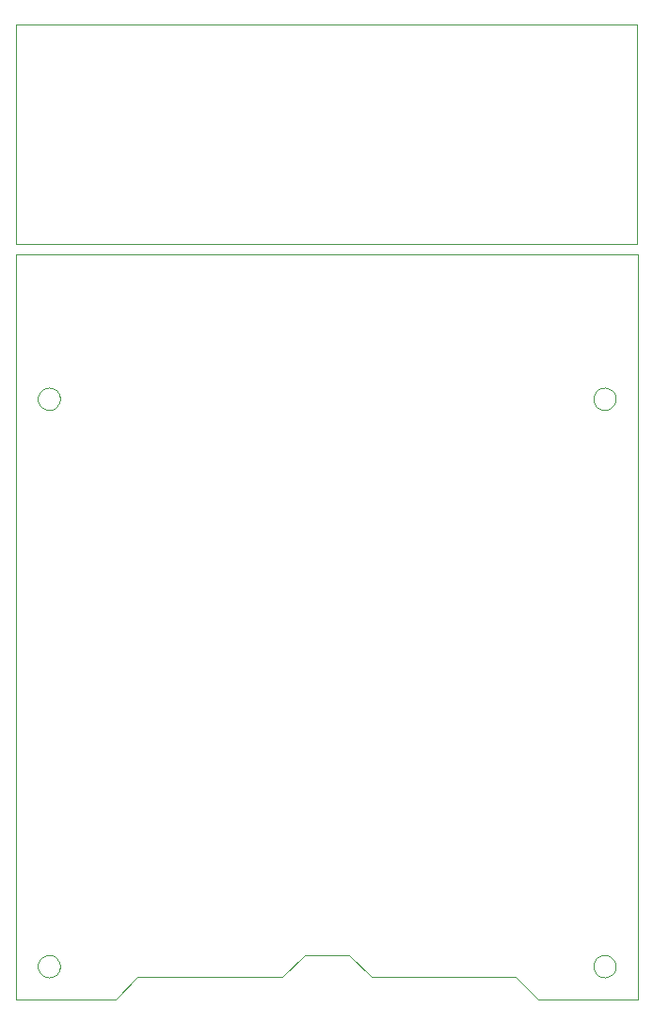
<source format=gbp>
G75*
G70*
%OFA0B0*%
%FSLAX24Y24*%
%IPPOS*%
%LPD*%
%AMOC8*
5,1,8,0,0,1.08239X$1,22.5*
%
%ADD10C,0.0000*%
D10*
X001331Y013142D02*
X001331Y039520D01*
X023378Y039520D01*
X023378Y013142D01*
X019835Y013142D01*
X019048Y013930D01*
X013930Y013930D01*
X013142Y014717D01*
X011567Y014717D01*
X010780Y013930D01*
X005662Y013930D01*
X004874Y013142D01*
X001331Y013142D01*
X002118Y014323D02*
X002120Y014362D01*
X002126Y014401D01*
X002136Y014439D01*
X002149Y014476D01*
X002166Y014511D01*
X002186Y014545D01*
X002210Y014576D01*
X002237Y014605D01*
X002266Y014631D01*
X002298Y014654D01*
X002332Y014674D01*
X002368Y014690D01*
X002405Y014702D01*
X002444Y014711D01*
X002483Y014716D01*
X002522Y014717D01*
X002561Y014714D01*
X002600Y014707D01*
X002637Y014696D01*
X002674Y014682D01*
X002709Y014664D01*
X002742Y014643D01*
X002773Y014618D01*
X002801Y014591D01*
X002826Y014561D01*
X002848Y014528D01*
X002867Y014494D01*
X002882Y014458D01*
X002894Y014420D01*
X002902Y014382D01*
X002906Y014343D01*
X002906Y014303D01*
X002902Y014264D01*
X002894Y014226D01*
X002882Y014188D01*
X002867Y014152D01*
X002848Y014118D01*
X002826Y014085D01*
X002801Y014055D01*
X002773Y014028D01*
X002742Y014003D01*
X002709Y013982D01*
X002674Y013964D01*
X002637Y013950D01*
X002600Y013939D01*
X002561Y013932D01*
X002522Y013929D01*
X002483Y013930D01*
X002444Y013935D01*
X002405Y013944D01*
X002368Y013956D01*
X002332Y013972D01*
X002298Y013992D01*
X002266Y014015D01*
X002237Y014041D01*
X002210Y014070D01*
X002186Y014101D01*
X002166Y014135D01*
X002149Y014170D01*
X002136Y014207D01*
X002126Y014245D01*
X002120Y014284D01*
X002118Y014323D01*
X002118Y034402D02*
X002120Y034441D01*
X002126Y034480D01*
X002136Y034518D01*
X002149Y034555D01*
X002166Y034590D01*
X002186Y034624D01*
X002210Y034655D01*
X002237Y034684D01*
X002266Y034710D01*
X002298Y034733D01*
X002332Y034753D01*
X002368Y034769D01*
X002405Y034781D01*
X002444Y034790D01*
X002483Y034795D01*
X002522Y034796D01*
X002561Y034793D01*
X002600Y034786D01*
X002637Y034775D01*
X002674Y034761D01*
X002709Y034743D01*
X002742Y034722D01*
X002773Y034697D01*
X002801Y034670D01*
X002826Y034640D01*
X002848Y034607D01*
X002867Y034573D01*
X002882Y034537D01*
X002894Y034499D01*
X002902Y034461D01*
X002906Y034422D01*
X002906Y034382D01*
X002902Y034343D01*
X002894Y034305D01*
X002882Y034267D01*
X002867Y034231D01*
X002848Y034197D01*
X002826Y034164D01*
X002801Y034134D01*
X002773Y034107D01*
X002742Y034082D01*
X002709Y034061D01*
X002674Y034043D01*
X002637Y034029D01*
X002600Y034018D01*
X002561Y034011D01*
X002522Y034008D01*
X002483Y034009D01*
X002444Y034014D01*
X002405Y034023D01*
X002368Y034035D01*
X002332Y034051D01*
X002298Y034071D01*
X002266Y034094D01*
X002237Y034120D01*
X002210Y034149D01*
X002186Y034180D01*
X002166Y034214D01*
X002149Y034249D01*
X002136Y034286D01*
X002126Y034324D01*
X002120Y034363D01*
X002118Y034402D01*
X001331Y039892D02*
X023331Y039892D01*
X023331Y047642D01*
X001331Y047642D01*
X001331Y039892D01*
X021803Y034402D02*
X021805Y034441D01*
X021811Y034480D01*
X021821Y034518D01*
X021834Y034555D01*
X021851Y034590D01*
X021871Y034624D01*
X021895Y034655D01*
X021922Y034684D01*
X021951Y034710D01*
X021983Y034733D01*
X022017Y034753D01*
X022053Y034769D01*
X022090Y034781D01*
X022129Y034790D01*
X022168Y034795D01*
X022207Y034796D01*
X022246Y034793D01*
X022285Y034786D01*
X022322Y034775D01*
X022359Y034761D01*
X022394Y034743D01*
X022427Y034722D01*
X022458Y034697D01*
X022486Y034670D01*
X022511Y034640D01*
X022533Y034607D01*
X022552Y034573D01*
X022567Y034537D01*
X022579Y034499D01*
X022587Y034461D01*
X022591Y034422D01*
X022591Y034382D01*
X022587Y034343D01*
X022579Y034305D01*
X022567Y034267D01*
X022552Y034231D01*
X022533Y034197D01*
X022511Y034164D01*
X022486Y034134D01*
X022458Y034107D01*
X022427Y034082D01*
X022394Y034061D01*
X022359Y034043D01*
X022322Y034029D01*
X022285Y034018D01*
X022246Y034011D01*
X022207Y034008D01*
X022168Y034009D01*
X022129Y034014D01*
X022090Y034023D01*
X022053Y034035D01*
X022017Y034051D01*
X021983Y034071D01*
X021951Y034094D01*
X021922Y034120D01*
X021895Y034149D01*
X021871Y034180D01*
X021851Y034214D01*
X021834Y034249D01*
X021821Y034286D01*
X021811Y034324D01*
X021805Y034363D01*
X021803Y034402D01*
X021803Y014323D02*
X021805Y014362D01*
X021811Y014401D01*
X021821Y014439D01*
X021834Y014476D01*
X021851Y014511D01*
X021871Y014545D01*
X021895Y014576D01*
X021922Y014605D01*
X021951Y014631D01*
X021983Y014654D01*
X022017Y014674D01*
X022053Y014690D01*
X022090Y014702D01*
X022129Y014711D01*
X022168Y014716D01*
X022207Y014717D01*
X022246Y014714D01*
X022285Y014707D01*
X022322Y014696D01*
X022359Y014682D01*
X022394Y014664D01*
X022427Y014643D01*
X022458Y014618D01*
X022486Y014591D01*
X022511Y014561D01*
X022533Y014528D01*
X022552Y014494D01*
X022567Y014458D01*
X022579Y014420D01*
X022587Y014382D01*
X022591Y014343D01*
X022591Y014303D01*
X022587Y014264D01*
X022579Y014226D01*
X022567Y014188D01*
X022552Y014152D01*
X022533Y014118D01*
X022511Y014085D01*
X022486Y014055D01*
X022458Y014028D01*
X022427Y014003D01*
X022394Y013982D01*
X022359Y013964D01*
X022322Y013950D01*
X022285Y013939D01*
X022246Y013932D01*
X022207Y013929D01*
X022168Y013930D01*
X022129Y013935D01*
X022090Y013944D01*
X022053Y013956D01*
X022017Y013972D01*
X021983Y013992D01*
X021951Y014015D01*
X021922Y014041D01*
X021895Y014070D01*
X021871Y014101D01*
X021851Y014135D01*
X021834Y014170D01*
X021821Y014207D01*
X021811Y014245D01*
X021805Y014284D01*
X021803Y014323D01*
M02*

</source>
